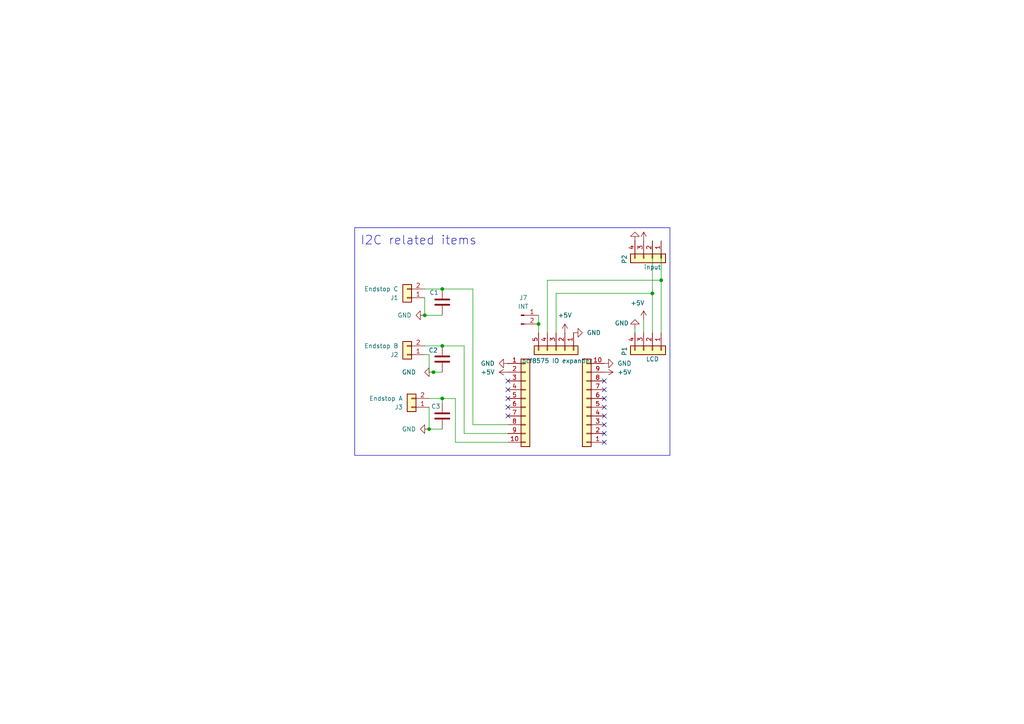
<source format=kicad_sch>
(kicad_sch (version 20231120) (generator "eeschema") (generator_version "8.0")
  (paper "A4")
  (lib_symbols
    (symbol "+5V_1" (power) (pin_numbers hide) (pin_names (offset 0) hide)
      (property "Value" "+5V" (at 0 3.556 0))
      (symbol "+5V_1_0_1"
        (polyline (pts (xy -0.762 1.27) (xy 0 2.54)))
        (polyline (pts (xy 0 0) (xy 0 2.54)))
        (polyline (pts (xy 0 2.54) (xy 0.762 1.27)))
      )
      (symbol "+5V_1_1_1"
        (pin power_in line (at 0 0 90) (length 0) (name "~") (number "1"))
      )
    )
    (symbol "+5V_2" (power) (pin_numbers hide) (pin_names (offset 0) hide)
      (property "Value" "+5V" (at 0 3.556 0))
      (symbol "+5V_2_0_1"
        (polyline (pts (xy -0.762 1.27) (xy 0 2.54)))
        (polyline (pts (xy 0 0) (xy 0 2.54)))
        (polyline (pts (xy 0 2.54) (xy 0.762 1.27)))
      )
      (symbol "+5V_2_1_1"
        (pin power_in line (at 0 0 90) (length 0) (name "~") (number "1"))
      )
    )
    (symbol "Connector:Conn_01x02_Pin" (pin_names (offset 1.016) hide)
      (property "Reference" "J" (at 0 2.54 0))
      (property "Value" "Conn_01x02_Pin" (at 0 -5.08 0))
      (symbol "Conn_01x02_Pin_1_1"
        (polyline (pts (xy 1.27 -2.54) (xy 0.8636 -2.54)) (stroke (width 0.1524)))
        (polyline (pts (xy 1.27 0) (xy 0.8636 0)) (stroke (width 0.1524)))
        (rectangle (start 0.8636 -2.413) (end 0 -2.667) (stroke (width 0.1524)) (fill (type outline)))
        (rectangle (start 0.8636 0.127) (end 0 -0.127) (stroke (width 0.1524)) (fill (type outline)))
        (pin passive line (at 5.08 0 180) (length 3.81) (name "Pin_1") (number "1"))
        (pin passive line (at 5.08 -2.54 180) (length 3.81) (name "Pin_2") (number "2"))
      )
    )
    (symbol "Connector_Generic:Conn_01x02" (pin_names (offset 1.016) hide)
      (property "Reference" "J" (at 0 2.54 0))
      (property "Value" "Conn_01x02" (at 0 -5.08 0))
      (symbol "Conn_01x02_1_1"
        (rectangle (start -1.27 -2.413) (end 0 -2.667) (stroke (width 0.1524)))
        (rectangle (start -1.27 0.127) (end 0 -0.127) (stroke (width 0.1524)))
        (rectangle (start -1.27 1.27) (end 1.27 -3.81) (stroke (width 0.254)) (fill (type background)))
        (pin passive line (at -5.08 0 0) (length 3.81) (name "Pin_1") (number "1"))
        (pin passive line (at -5.08 -2.54 0) (length 3.81) (name "Pin_2") (number "2"))
      )
    )
    (symbol "Connector_Generic:Conn_01x04" (pin_names (offset 1.016) hide)
      (property "Reference" "J" (at 0 5.08 0))
      (property "Value" "Conn_01x04" (at 0 -7.62 0))
      (symbol "Conn_01x04_1_1"
        (rectangle (start -1.27 -4.953) (end 0 -5.207) (stroke (width 0.1524)))
        (rectangle (start -1.27 -2.413) (end 0 -2.667) (stroke (width 0.1524)))
        (rectangle (start -1.27 0.127) (end 0 -0.127) (stroke (width 0.1524)))
        (rectangle (start -1.27 2.667) (end 0 2.413) (stroke (width 0.1524)))
        (rectangle (start -1.27 3.81) (end 1.27 -6.35) (stroke (width 0.254)) (fill (type background)))
        (pin passive line (at -5.08 2.54 0) (length 3.81) (name "Pin_1") (number "1"))
        (pin passive line (at -5.08 0 0) (length 3.81) (name "Pin_2") (number "2"))
        (pin passive line (at -5.08 -2.54 0) (length 3.81) (name "Pin_3") (number "3"))
        (pin passive line (at -5.08 -5.08 0) (length 3.81) (name "Pin_4") (number "4"))
      )
    )
    (symbol "Connector_Generic:Conn_01x05" (pin_names (offset 1.016) hide)
      (property "Reference" "J" (at 0 7.62 0))
      (property "Value" "Conn_01x05" (at 0 -7.62 0))
      (symbol "Conn_01x05_1_1"
        (rectangle (start -1.27 -4.953) (end 0 -5.207) (stroke (width 0.1524)))
        (rectangle (start -1.27 -2.413) (end 0 -2.667) (stroke (width 0.1524)))
        (rectangle (start -1.27 0.127) (end 0 -0.127) (stroke (width 0.1524)))
        (rectangle (start -1.27 2.667) (end 0 2.413) (stroke (width 0.1524)))
        (rectangle (start -1.27 5.207) (end 0 4.953) (stroke (width 0.1524)))
        (rectangle (start -1.27 6.35) (end 1.27 -6.35) (stroke (width 0.254)) (fill (type background)))
        (pin passive line (at -5.08 5.08 0) (length 3.81) (name "Pin_1") (number "1"))
        (pin passive line (at -5.08 2.54 0) (length 3.81) (name "Pin_2") (number "2"))
        (pin passive line (at -5.08 0 0) (length 3.81) (name "Pin_3") (number "3"))
        (pin passive line (at -5.08 -2.54 0) (length 3.81) (name "Pin_4") (number "4"))
        (pin passive line (at -5.08 -5.08 0) (length 3.81) (name "Pin_5") (number "5"))
      )
    )
    (symbol "Connector_Generic:Conn_01x10" (pin_names (offset 1.016) hide)
      (property "Reference" "J" (at 0 12.7 0))
      (property "Value" "Conn_01x10" (at 0 -15.24 0))
      (symbol "Conn_01x10_1_1"
        (rectangle (start -1.27 -12.573) (end 0 -12.827) (stroke (width 0.1524)))
        (rectangle (start -1.27 -10.033) (end 0 -10.287) (stroke (width 0.1524)))
        (rectangle (start -1.27 -7.493) (end 0 -7.747) (stroke (width 0.1524)))
        (rectangle (start -1.27 -4.953) (end 0 -5.207) (stroke (width 0.1524)))
        (rectangle (start -1.27 -2.413) (end 0 -2.667) (stroke (width 0.1524)))
        (rectangle (start -1.27 0.127) (end 0 -0.127) (stroke (width 0.1524)))
        (rectangle (start -1.27 2.667) (end 0 2.413) (stroke (width 0.1524)))
        (rectangle (start -1.27 5.207) (end 0 4.953) (stroke (width 0.1524)))
        (rectangle (start -1.27 7.747) (end 0 7.493) (stroke (width 0.1524)))
        (rectangle (start -1.27 10.287) (end 0 10.033) (stroke (width 0.1524)))
        (rectangle (start -1.27 11.43) (end 1.27 -13.97) (stroke (width 0.254)) (fill (type background)))
        (pin passive line (at -5.08 10.16 0) (length 3.81) (name "Pin_1") (number "1"))
        (pin passive line (at -5.08 -12.7 0) (length 3.81) (name "Pin_10") (number "10"))
        (pin passive line (at -5.08 7.62 0) (length 3.81) (name "Pin_2") (number "2"))
        (pin passive line (at -5.08 5.08 0) (length 3.81) (name "Pin_3") (number "3"))
        (pin passive line (at -5.08 2.54 0) (length 3.81) (name "Pin_4") (number "4"))
        (pin passive line (at -5.08 0 0) (length 3.81) (name "Pin_5") (number "5"))
        (pin passive line (at -5.08 -2.54 0) (length 3.81) (name "Pin_6") (number "6"))
        (pin passive line (at -5.08 -5.08 0) (length 3.81) (name "Pin_7") (number "7"))
        (pin passive line (at -5.08 -7.62 0) (length 3.81) (name "Pin_8") (number "8"))
        (pin passive line (at -5.08 -10.16 0) (length 3.81) (name "Pin_9") (number "9"))
      )
    )
    (symbol "Device:C" (pin_numbers hide) (pin_names (offset 0.254))
      (property "Reference" "C" (at 0.635 2.54 0))
      (property "Value" "C" (at 0.635 -2.54 0))
      (symbol "C_0_1"
        (polyline (pts (xy -2.032 -0.762) (xy 2.032 -0.762)) (stroke (width 0.508)))
        (polyline (pts (xy -2.032 0.762) (xy 2.032 0.762)) (stroke (width 0.508)))
      )
      (symbol "C_1_1"
        (pin passive line (at 0 3.81 270) (length 2.794) (name "~") (number "1"))
        (pin passive line (at 0 -3.81 90) (length 2.794) (name "~") (number "2"))
      )
    )
    (symbol "GND_1" (power) (pin_numbers hide) (pin_names (offset 0) hide)
      (property "Value" "GND" (at 0 -3.81 0))
      (symbol "GND_1_0_1"
        (polyline (pts (xy 0 0) (xy 0 -1.27) (xy 1.27 -1.27) (xy 0 -2.54) (xy -1.27 -1.27) (xy 0 -1.27)))
      )
      (symbol "GND_1_1_1"
        (pin power_in line (at 0 0 270) (length 0) (name "~") (number "1"))
      )
    )
    (symbol "GND_2" (power) (pin_numbers hide) (pin_names (offset 0) hide)
      (property "Value" "GND" (at 0 -3.81 0))
      (symbol "GND_2_0_1"
        (polyline (pts (xy 0 0) (xy 0 -1.27) (xy 1.27 -1.27) (xy 0 -2.54) (xy -1.27 -1.27) (xy 0 -1.27)))
      )
      (symbol "GND_2_1_1"
        (pin power_in line (at 0 0 270) (length 0) (name "~") (number "1"))
      )
    )
    (symbol "GND_3" (power) (pin_numbers hide) (pin_names (offset 0) hide)
      (property "Value" "GND" (at 0 -3.81 0))
      (symbol "GND_3_0_1"
        (polyline (pts (xy 0 0) (xy 0 -1.27) (xy 1.27 -1.27) (xy 0 -2.54) (xy -1.27 -1.27) (xy 0 -1.27)))
      )
      (symbol "GND_3_1_1"
        (pin power_in line (at 0 0 270) (length 0) (name "~") (number "1"))
      )
    )
    (symbol "GND_4" (power) (pin_numbers hide) (pin_names (offset 0) hide)
      (property "Value" "GND" (at 0 -3.81 0))
      (symbol "GND_4_0_1"
        (polyline (pts (xy 0 0) (xy 0 -1.27) (xy 1.27 -1.27) (xy 0 -2.54) (xy -1.27 -1.27) (xy 0 -1.27)))
      )
      (symbol "GND_4_1_1"
        (pin power_in line (at 0 0 270) (length 0) (name "~") (number "1"))
      )
    )
    (symbol "GND_5" (power) (pin_numbers hide) (pin_names (offset 0) hide)
      (property "Value" "GND" (at 0 -3.81 0))
      (symbol "GND_5_0_1"
        (polyline (pts (xy 0 0) (xy 0 -1.27) (xy 1.27 -1.27) (xy 0 -2.54) (xy -1.27 -1.27) (xy 0 -1.27)))
      )
      (symbol "GND_5_1_1"
        (pin power_in line (at 0 0 270) (length 0) (name "~") (number "1"))
      )
    )
    (symbol "GND_6" (power) (pin_numbers hide) (pin_names (offset 0) hide)
      (property "Value" "GND" (at 0 -3.81 0))
      (symbol "GND_6_0_1"
        (polyline (pts (xy 0 0) (xy 0 -1.27) (xy 1.27 -1.27) (xy 0 -2.54) (xy -1.27 -1.27) (xy 0 -1.27)))
      )
      (symbol "GND_6_1_1"
        (pin power_in line (at 0 0 270) (length 0) (name "~") (number "1"))
      )
    )
    (symbol "GND_7" (power) (pin_numbers hide) (pin_names (offset 0) hide)
      (property "Value" "GND" (at 0 -3.81 0))
      (symbol "GND_7_0_1"
        (polyline (pts (xy 0 0) (xy 0 -1.27) (xy 1.27 -1.27) (xy 0 -2.54) (xy -1.27 -1.27) (xy 0 -1.27)))
      )
      (symbol "GND_7_1_1"
        (pin power_in line (at 0 0 270) (length 0) (name "~") (number "1"))
      )
    )
    (symbol "level_shifter-rescue:+5V-power" (power) (pin_names (offset 0))
      (property "Value" "power_+5V" (at 0 3.556 0))
      (symbol "+5V-power_0_1"
        (polyline (pts (xy -0.762 1.27) (xy 0 2.54)))
        (polyline (pts (xy 0 0) (xy 0 2.54)))
        (polyline (pts (xy 0 2.54) (xy 0.762 1.27)))
      )
      (symbol "+5V-power_1_1"
        (pin power_in line (at 0 0 90) (length 0) hide (name "+5V") (number "1"))
      )
    )
    (symbol "power:+5V" (power) (pin_numbers hide) (pin_names (offset 0) hide)
      (property "Value" "+5V" (at 0 3.556 0))
      (symbol "+5V_0_1"
        (polyline (pts (xy -0.762 1.27) (xy 0 2.54)))
        (polyline (pts (xy 0 0) (xy 0 2.54)))
        (polyline (pts (xy 0 2.54) (xy 0.762 1.27)))
      )
      (symbol "+5V_1_1"
        (pin power_in line (at 0 0 90) (length 0) (name "~") (number "1"))
      )
    )
    (symbol "power:GND" (power) (pin_names (offset 0))
      (property "Value" "GND" (at 0 -3.81 0))
      (symbol "GND_0_1"
        (polyline (pts (xy 0 0) (xy 0 -1.27) (xy 1.27 -1.27) (xy 0 -2.54) (xy -1.27 -1.27) (xy 0 -1.27)))
      )
      (symbol "GND_1_1"
        (pin power_in line (at 0 0 270) (length 0) hide (name "GND") (number "1"))
      )
    )
  )
  (junction (at 191.77 81.28))
  (junction (at 128.27 115.57))
  (junction (at 123.19 91.44))
  (junction (at 189.23 85.09))
  (junction (at 128.27 100.33))
  (junction (at 128.27 83.82))
  (junction (at 156.21 93.98))
  (junction (at 124.46 124.46))
  (junction (at 125.73 107.95))
  (no_connect (at 175.26 110.49))
  (no_connect (at 175.26 118.11))
  (no_connect (at 175.26 123.19))
  (no_connect (at 147.32 115.57))
  (no_connect (at 175.26 113.03))
  (no_connect (at 175.26 128.27))
  (no_connect (at 147.32 120.65))
  (no_connect (at 147.32 110.49))
  (no_connect (at 175.26 115.57))
  (no_connect (at 147.32 118.11))
  (no_connect (at 147.32 113.03))
  (no_connect (at 175.26 125.73))
  (no_connect (at 175.26 120.65))
  (wire (pts (xy 191.77 69.85) (xy 191.77 81.28)))
  (wire (pts (xy 124.46 115.57) (xy 128.27 115.57)))
  (wire (pts (xy 147.32 125.73) (xy 134.62 125.73)))
  (wire (pts (xy 128.27 115.57) (xy 132.08 115.57)))
  (wire (pts (xy 128.27 91.44) (xy 123.19 91.44)))
  (wire (pts (xy 189.23 69.85) (xy 189.23 85.09)))
  (wire (pts (xy 128.27 116.84) (xy 128.27 115.57)))
  (wire (pts (xy 134.62 100.33) (xy 128.27 100.33)))
  (wire (pts (xy 189.23 85.09) (xy 189.23 96.52)))
  (wire (pts (xy 128.27 83.82) (xy 137.16 83.82)))
  (wire (pts (xy 124.46 102.87) (xy 123.19 102.87)))
  (wire (pts (xy 158.75 81.28) (xy 158.75 96.52)))
  (wire (pts (xy 125.73 107.95) (xy 124.46 107.95)))
  (wire (pts (xy 184.15 95.25) (xy 184.15 96.52)))
  (wire (pts (xy 128.27 83.82) (xy 123.19 83.82)))
  (wire (pts (xy 156.21 91.44) (xy 156.21 93.98)))
  (wire (pts (xy 128.27 124.46) (xy 124.46 124.46)))
  (wire (pts (xy 134.62 100.33) (xy 134.62 125.73)))
  (wire (pts (xy 132.08 115.57) (xy 132.08 128.27)))
  (wire (pts (xy 128.27 107.95) (xy 125.73 107.95)))
  (wire (pts (xy 186.69 96.52) (xy 186.69 92.71)))
  (wire (pts (xy 147.32 123.19) (xy 137.16 123.19)))
  (wire (pts (xy 123.19 86.36) (xy 123.19 91.44)))
  (wire (pts (xy 161.29 85.09) (xy 161.29 96.52)))
  (wire (pts (xy 189.23 85.09) (xy 161.29 85.09)))
  (wire (pts (xy 124.46 124.46) (xy 124.46 118.11)))
  (wire (pts (xy 123.19 100.33) (xy 128.27 100.33)))
  (wire (pts (xy 137.16 83.82) (xy 137.16 123.19)))
  (wire (pts (xy 191.77 81.28) (xy 191.77 96.52)))
  (wire (pts (xy 156.21 93.98) (xy 156.21 96.52)))
  (wire (pts (xy 124.46 107.95) (xy 124.46 102.87)))
  (wire (pts (xy 147.32 128.27) (xy 132.08 128.27)))
  (wire (pts (xy 191.77 81.28) (xy 158.75 81.28)))
  (rectangle (start 102.87 66.04) (end 194.31 132.08))
  (text "I2C related items" (at 121.412 69.85 0) (effects (font (size 2.54 2.54))))
  (symbol (lib_name "GND_3") (lib_id "power:GND") (at 124.46 124.46 270) (unit 1)
    (property "Reference" "#PWR02" (effects (hide yes)))
    (property "Value" "GND" (at 120.65 124.4601 90) (effects (justify right)))
    (property "Description" "Power symbol creates a global label with name \"GND\" , ground" (effects (hide yes)))
  )
  (symbol (lib_id "Connector:Conn_01x02_Pin") (at 151.13 91.44 0) (unit 1)
    (property "Reference" "J7" (at 151.765 86.36 0))
    (property "Value" "INT" (at 151.765 88.9 0))
    (property "Footprint" "Connector_PinHeader_2.54mm:PinHeader_1x02_P2.54mm_Vertical" (effects (hide yes)))
    (property "Description" "Generic connector, single row, 01x02, script generated" (effects (hide yes)))
  )
  (symbol (lib_id "Connector_Generic:Conn_01x05") (at 161.29 101.6 270) (unit 1)
    (property "Reference" "J5" (effects (hide yes)))
    (property "Value" "pcf8575 IO expander" (at 161.544 104.648 90))
    (property "Footprint" "Connector_PinHeader_2.54mm:PinHeader_1x05_P2.54mm_Vertical" (effects (hide yes)))
    (property "Description" "Generic connector, single row, 01x05, script generated (kicad-library-utils/schlib/autogen/connector/)" (effects (hide yes)))
  )
  (symbol (lib_name "GND_1") (lib_id "power:GND") (at 166.37 96.52 90) (unit 1)
    (property "Reference" "#PWR07" (effects (hide yes)))
    (property "Value" "GND" (at 170.18 96.5199 90) (effects (justify right)))
    (property "Description" "Power symbol creates a global label with name \"GND\" , ground" (effects (hide yes)))
  )
  (symbol (lib_id "power:+5V") (at 186.69 69.85 0) (unit 1)
    (property "Reference" "#PWR012" (effects (hide yes)))
    (property "Value" "+5V" (effects (hide yes)))
    (property "Description" "Power symbol creates a global label with name \"+5V\"" (effects (hide yes)))
  )
  (symbol (lib_id "Device:C") (at 128.27 87.63 180) (unit 1)
    (property "Reference" "C1" (at 127.254 84.836 0) (effects (justify left)))
    (property "Value" "33nF" (effects (hide yes)))
    (property "Footprint" "Capacitor_THT:C_Disc_D6.0mm_W4.4mm_P5.00mm" (effects (hide yes)))
    (property "Description" "Unpolarized capacitor" (effects (hide yes)))
  )
  (symbol (lib_name "GND_7") (lib_id "power:GND") (at 184.15 69.85 180) (unit 1)
    (property "Reference" "#PWR013" (effects (hide yes)))
    (property "Value" "GND" (effects (hide yes)))
    (property "Description" "Power symbol creates a global label with name \"GND\" , ground" (effects (hide yes)))
  )
  (symbol (lib_id "Connector_Generic:Conn_01x10") (at 152.4 115.57 0) (unit 1)
    (property "Reference" "J4" (effects (hide yes)))
    (property "Value" "Conn_01x16" (effects (hide yes)))
    (property "Footprint" "Connector_PinHeader_2.54mm:PinHeader_1x10_P2.54mm_Vertical" (effects (hide yes)))
    (property "Description" "Generic connector, single row, 01x10, script generated (kicad-library-utils/schlib/autogen/connector/)" (effects (hide yes)))
  )
  (symbol (lib_id "Device:C") (at 128.27 120.65 180) (unit 1)
    (property "Reference" "C3" (at 127.762 117.856 0) (effects (justify left)))
    (property "Value" "33nF" (effects (hide yes)))
    (property "Footprint" "Capacitor_THT:C_Disc_D6.0mm_W4.4mm_P5.00mm" (effects (hide yes)))
    (property "Description" "Unpolarized capacitor" (effects (hide yes)))
  )
  (symbol (lib_id "power:GND") (at 184.15 95.25 0) (mirror x) (unit 1)
    (property "Reference" "#PWR010" (effects (hide yes)))
    (property "Value" "GND" (at 180.34 93.726 0))
  )
  (symbol (lib_name "GND_4") (lib_id "power:GND") (at 123.19 91.44 270) (unit 1)
    (property "Reference" "#PWR01" (effects (hide yes)))
    (property "Value" "GND" (at 119.38 91.4401 90) (effects (justify right)))
    (property "Description" "Power symbol creates a global label with name \"GND\" , ground" (effects (hide yes)))
  )
  (symbol (lib_id "Connector_Generic:Conn_01x10") (at 170.18 118.11 180) (unit 1)
    (property "Reference" "J6" (effects (hide yes)))
    (property "Value" "Conn_01x16" (effects (hide yes)))
    (property "Footprint" "Connector_PinHeader_2.54mm:PinHeader_1x10_P2.54mm_Vertical" (effects (hide yes)))
    (property "Description" "Generic connector, single row, 01x10, script generated (kicad-library-utils/schlib/autogen/connector/)" (effects (hide yes)))
  )
  (symbol (lib_name "GND_6") (lib_id "power:GND") (at 175.26 105.41 90) (unit 1)
    (property "Reference" "#PWR08" (effects (hide yes)))
    (property "Value" "GND" (at 179.07 105.4099 90) (effects (justify right)))
    (property "Description" "Power symbol creates a global label with name \"GND\" , ground" (effects (hide yes)))
  )
  (symbol (lib_name "+5V_2") (lib_id "power:+5V") (at 175.26 107.95 270) (unit 1)
    (property "Reference" "#PWR09" (effects (hide yes)))
    (property "Value" "+5V" (at 179.07 107.9499 90) (effects (justify left)))
    (property "Description" "Power symbol creates a global label with name \"+5V\"" (effects (hide yes)))
  )
  (symbol (lib_name "GND_2") (lib_id "power:GND") (at 147.32 105.41 270) (unit 1)
    (property "Reference" "#PWR04" (effects (hide yes)))
    (property "Value" "GND" (at 143.51 105.4099 90) (effects (justify right)))
    (property "Description" "Power symbol creates a global label with name \"GND\" , ground" (effects (hide yes)))
  )
  (symbol (lib_id "Connector_Generic:Conn_01x04") (at 189.23 74.93 270) (unit 1)
    (property "Reference" "P2" (at 181.102 75.184 0))
    (property "Value" "input" (at 189.23 77.47 90))
    (property "Footprint" "Connector_JST:JST_XH_B4B-XH-A_1x04_P2.50mm_Vertical" (effects (hide yes)))
  )
  (symbol (lib_id "level_shifter-rescue:+5V-power") (at 186.69 92.71 0) (unit 1)
    (property "Reference" "#PWR011" (effects (hide yes)))
    (property "Value" "+5V" (at 184.912 87.884 0))
  )
  (symbol (lib_name "+5V_2") (lib_id "power:+5V") (at 147.32 107.95 90) (unit 1)
    (property "Reference" "#PWR05" (effects (hide yes)))
    (property "Value" "+5V" (at 143.51 107.9499 90) (effects (justify left)))
    (property "Description" "Power symbol creates a global label with name \"+5V\"" (effects (hide yes)))
  )
  (symbol (lib_id "Connector_Generic:Conn_01x02") (at 119.38 118.11 180) (unit 1)
    (property "Reference" "J3" (at 116.84 118.1101 0) (effects (justify left)))
    (property "Value" "Endstop A" (at 116.84 115.5701 0) (effects (justify left)))
    (property "Footprint" "Connector_JST:JST_XH_S2B-XH-A_1x02_P2.50mm_Horizontal" (effects (hide yes)))
    (property "Description" "Generic connector, single row, 01x02, script generated (kicad-library-utils/schlib/autogen/connector/)" (effects (hide yes)))
  )
  (symbol (lib_id "Connector_Generic:Conn_01x02") (at 118.11 102.87 180) (unit 1)
    (property "Reference" "J2" (at 115.57 102.8701 0) (effects (justify left)))
    (property "Value" "Endstop B" (at 115.57 100.3301 0) (effects (justify left)))
    (property "Footprint" "Connector_JST:JST_XH_S2B-XH-A_1x02_P2.50mm_Horizontal" (effects (hide yes)))
    (property "Description" "Generic connector, single row, 01x02, script generated (kicad-library-utils/schlib/autogen/connector/)" (effects (hide yes)))
  )
  (symbol (lib_name "GND_5") (lib_id "power:GND") (at 125.73 107.95 270) (unit 1)
    (property "Reference" "#PWR03" (effects (hide yes)))
    (property "Value" "GND" (at 120.65 107.9501 90) (effects (justify right)))
    (property "Description" "Power symbol creates a global label with name \"GND\" , ground" (effects (hide yes)))
  )
  (symbol (lib_id "Device:C") (at 128.27 104.14 180) (unit 1)
    (property "Reference" "C2" (at 127 101.6 0) (effects (justify left)))
    (property "Value" "33nF" (effects (hide yes)))
    (property "Footprint" "Capacitor_THT:C_Disc_D6.0mm_W4.4mm_P5.00mm" (effects (hide yes)))
    (property "Description" "Unpolarized capacitor" (effects (hide yes)))
  )
  (symbol (lib_name "+5V_1") (lib_id "power:+5V") (at 163.83 96.52 0) (unit 1)
    (property "Reference" "#PWR06" (effects (hide yes)))
    (property "Value" "+5V" (at 163.83 91.44 0))
    (property "Description" "Power symbol creates a global label with name \"+5V\"" (effects (hide yes)))
  )
  (symbol (lib_id "Connector_Generic:Conn_01x04") (at 189.23 101.6 270) (unit 1)
    (property "Reference" "P1" (at 181.102 101.854 0))
    (property "Value" "LCD" (at 189.23 104.14 90))
    (property "Footprint" "Connector_JST:JST_XH_B4B-XH-A_1x04_P2.50mm_Vertical" (effects (hide yes)))
  )
  (symbol (lib_id "Connector_Generic:Conn_01x02") (at 118.11 86.36 180) (unit 1)
    (property "Reference" "J1" (at 115.57 86.3601 0) (effects (justify left)))
    (property "Value" "Endstop C" (at 115.57 83.8201 0) (effects (justify left)))
    (property "Footprint" "Connector_JST:JST_XH_S2B-XH-A_1x02_P2.50mm_Horizontal" (effects (hide yes)))
    (property "Description" "Generic connector, single row, 01x02, script generated (kicad-library-utils/schlib/autogen/connector/)" (effects (hide yes)))
  )
)
</source>
